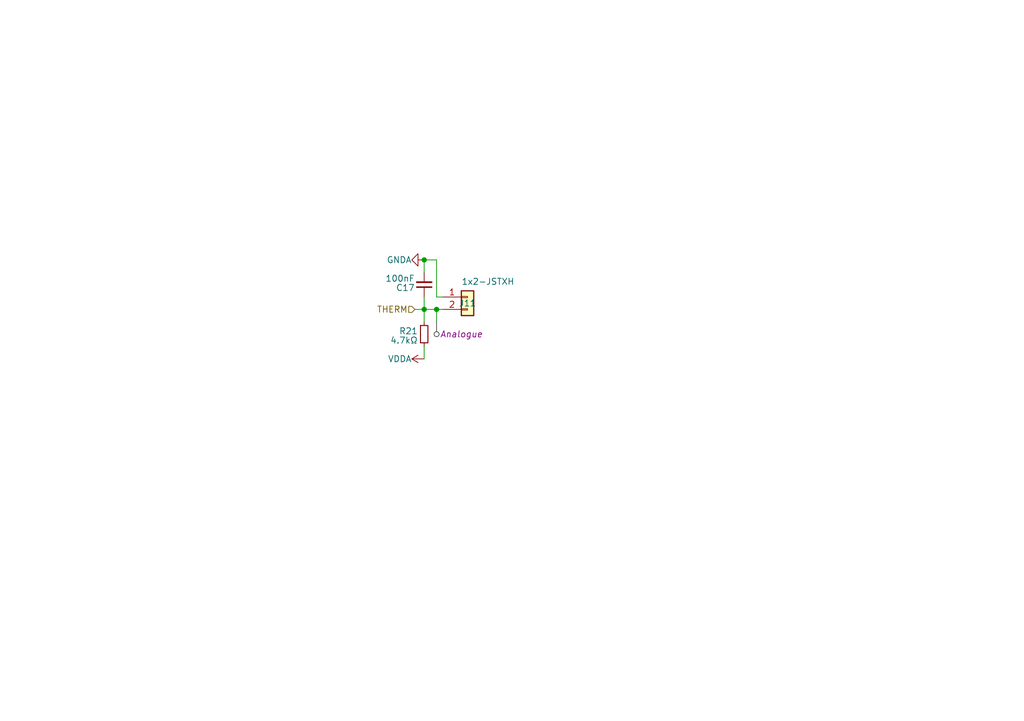
<source format=kicad_sch>
(kicad_sch (version 20231120) (generator "eeschema") (generator_version "8.0")
  (paper "A5")
  (lib_symbols
    (symbol "Connector_Generic:Conn_01x02" (pin_names (offset 1.016) hide)
      (property "Reference" "J" (at 0 2.54 0))
      (property "Value" "Conn_01x02" (at 0 -5.08 0))
      (symbol "Conn_01x02_1_1"
        (rectangle (start -1.27 -2.413) (end 0 -2.667) (stroke (width 0.1524)))
        (rectangle (start -1.27 0.127) (end 0 -0.127) (stroke (width 0.1524)))
        (rectangle (start -1.27 1.27) (end 1.27 -3.81) (stroke (width 0.254)) (fill (type background)))
        (pin passive line (at -5.08 0 0) (length 3.81) (name "Pin_1") (number "1"))
        (pin passive line (at -5.08 -2.54 0) (length 3.81) (name "Pin_2") (number "2"))
      )
    )
    (symbol "Device:C_Small" (pin_numbers hide) (pin_names (offset 0.254) hide)
      (property "Reference" "C" (at 0.254 1.778 0))
      (property "Value" "C_Small" (at 0.254 -2.032 0))
      (symbol "C_Small_0_1"
        (polyline (pts (xy -1.524 -0.508) (xy 1.524 -0.508)) (stroke (width 0.3302)))
        (polyline (pts (xy -1.524 0.508) (xy 1.524 0.508)) (stroke (width 0.3048)))
      )
      (symbol "C_Small_1_1"
        (pin passive line (at 0 2.54 270) (length 2.032) (name "~") (number "1"))
        (pin passive line (at 0 -2.54 90) (length 2.032) (name "~") (number "2"))
      )
    )
    (symbol "Device:R_Small" (pin_numbers hide) (pin_names (offset 0.254) hide)
      (property "Reference" "R" (at 0.762 0.508 0))
      (property "Value" "R_Small" (at 0.762 -1.016 0))
      (symbol "R_Small_0_1"
        (rectangle (start -0.762 1.778) (end 0.762 -1.778) (stroke (width 0.2032)))
      )
      (symbol "R_Small_1_1"
        (pin passive line (at 0 2.54 270) (length 0.762) (name "~") (number "1"))
        (pin passive line (at 0 -2.54 90) (length 0.762) (name "~") (number "2"))
      )
    )
    (symbol "power:GNDA" (power) (pin_numbers hide) (pin_names (offset 0) hide)
      (property "Value" "GNDA" (at 0 -3.81 0))
      (symbol "GNDA_0_1"
        (polyline (pts (xy 0 0) (xy 0 -1.27) (xy 1.27 -1.27) (xy 0 -2.54) (xy -1.27 -1.27) (xy 0 -1.27)))
      )
      (symbol "GNDA_1_1"
        (pin power_in line (at 0 0 270) (length 0) (name "~") (number "1"))
      )
    )
    (symbol "power:VDDA" (power) (pin_numbers hide) (pin_names (offset 0) hide)
      (property "Value" "VDDA" (at 0 3.556 0))
      (symbol "VDDA_0_1"
        (polyline (pts (xy -0.762 1.27) (xy 0 2.54)))
        (polyline (pts (xy 0 0) (xy 0 2.54)))
        (polyline (pts (xy 0 2.54) (xy 0.762 1.27)))
      )
      (symbol "VDDA_1_1"
        (pin power_in line (at 0 0 90) (length 0) (name "~") (number "1"))
      )
    )
  )
  (junction (at 86.995 53.34))
  (junction (at 89.535 63.5))
  (junction (at 86.995 63.5))
  (wire (pts (xy 89.535 63.5) (xy 89.535 66.04)))
  (wire (pts (xy 89.535 53.34) (xy 89.535 60.96)))
  (wire (pts (xy 86.995 63.5) (xy 86.995 66.04)))
  (wire (pts (xy 89.535 60.96) (xy 90.805 60.96)))
  (wire (pts (xy 86.995 71.12) (xy 86.995 73.66)))
  (wire (pts (xy 89.535 63.5) (xy 90.805 63.5)))
  (wire (pts (xy 86.995 53.34) (xy 86.995 55.88)))
  (wire (pts (xy 86.995 63.5) (xy 89.535 63.5)))
  (wire (pts (xy 85.09 63.5) (xy 86.995 63.5)))
  (wire (pts (xy 86.995 60.96) (xy 86.995 63.5)))
  (wire (pts (xy 86.995 53.34) (xy 89.535 53.34)))
  (hierarchical_label "THERM" (shape input) (at 85.09 63.5 180))
  (netclass_flag "" (length 2.54) (shape round) (at 89.535 66.04 180) (property "Netclass" "Analogue" (at 90.2335 68.58 0) (effects (font (italic yes)) (justify left))))
  (symbol (lib_id "power:GNDA") (at 86.995 53.34 270) (unit 1)
    (property "Reference" "#PWR043" (effects (hide yes)))
    (property "Value" "GNDA" (at 84.455 53.34 90) (effects (justify right)))
    (property "Description" "Power symbol creates a global label with name \"GNDA\" , analog ground" (effects (hide yes)))
    (instances (project "ADCExpander" (path "" (reference "#PWR043") (unit 1)) (path "" (reference "#PWR047") (unit 1)) (path "" (reference "#PWR023") (unit 1)) (path "" (reference "#PWR049") (unit 1)) (path "" (reference "#PWR061") (unit 1)) (path "" (reference "#PWR059") (unit 1)) (path "" (reference "#PWR055") (unit 1)) (path "" (reference "#PWR035") (unit 1)) (path "" (reference "#PWR033") (unit 1)) (path "" (reference "#PWR021") (unit 1)) (path "" (reference "#PWR045") (unit 1)) (path "" (reference "#PWR057") (unit 1)) (path "" (reference "#PWR031") (unit 1)) (path "" (reference "#PWR025") (unit 1)) (path "" (reference "#PWR014") (unit 1)) (path "" (reference "#PWR037") (unit 1))))
  )
  (symbol (lib_id "power:VDDA") (at 86.995 73.66 90) (unit 1)
    (property "Reference" "#PWR044" (effects (hide yes)))
    (property "Value" "VDDA" (at 84.455 73.66 90) (effects (justify left)))
    (property "Description" "Power symbol creates a global label with name \"VDDA\"" (effects (hide yes)))
    (instances (project "ADCExpander" (path "" (reference "#PWR044") (unit 1)) (path "" (reference "#PWR048") (unit 1)) (path "" (reference "#PWR024") (unit 1)) (path "" (reference "#PWR050") (unit 1)) (path "" (reference "#PWR062") (unit 1)) (path "" (reference "#PWR060") (unit 1)) (path "" (reference "#PWR056") (unit 1)) (path "" (reference "#PWR036") (unit 1)) (path "" (reference "#PWR034") (unit 1)) (path "" (reference "#PWR022") (unit 1)) (path "" (reference "#PWR046") (unit 1)) (path "" (reference "#PWR058") (unit 1)) (path "" (reference "#PWR032") (unit 1)) (path "" (reference "#PWR027") (unit 1)) (path "" (reference "#PWR020") (unit 1)) (path "" (reference "#PWR038") (unit 1))))
  )
  (symbol (lib_id "Device:C_Small") (at 86.995 58.42 180) (unit 1)
    (property "Reference" "C17" (at 85.09 59.055 0) (effects (justify left)))
    (property "Value" "100nF" (at 85.09 57.15 0) (effects (justify left)))
    (property "Footprint" "Capacitor_SMD:C_0603_1608Metric" (effects (hide yes)))
    (property "Description" "10v X7R MLCC" (effects (hide yes)))
    (property "LCSC" " C14663" (effects (hide yes)))
    (instances (project "ADCExpander" (path "" (reference "C17") (unit 1)) (path "" (reference "C19") (unit 1)) (path "" (reference "C11") (unit 1)) (path "" (reference "C20") (unit 1)) (path "" (reference "C24") (unit 1)) (path "" (reference "C23") (unit 1)) (path "" (reference "C21") (unit 1)) (path "" (reference "C15") (unit 1)) (path "" (reference "C14") (unit 1)) (path "" (reference "C10") (unit 1)) (path "" (reference "C18") (unit 1)) (path "" (reference "C22") (unit 1)) (path "" (reference "C13") (unit 1)) (path "" (reference "C12") (unit 1)) (path "" (reference "C9") (unit 1)) (path "" (reference "C16") (unit 1))))
  )
  (symbol (lib_id "Device:R_Small") (at 86.995 68.58 180) (unit 1)
    (property "Reference" "R21" (at 85.725 67.945 0) (effects (justify left)))
    (property "Value" "4.7kΩ" (at 85.725 69.85 0) (effects (justify left)))
    (property "Footprint" "Resistor_SMD:R_0603_1608Metric" (effects (hide yes)))
    (property "Description" "Resistor, small symbol" (effects (hide yes)))
    (property "LCSC" "C2989672" (effects (hide yes)))
    (instances (project "ADCExpander" (path "" (reference "R21") (unit 1)) (path "" (reference "R23") (unit 1)) (path "" (reference "R15") (unit 1)) (path "" (reference "R24") (unit 1)) (path "" (reference "R28") (unit 1)) (path "" (reference "R27") (unit 1)) (path "" (reference "R25") (unit 1)) (path "" (reference "R19") (unit 1)) (path "" (reference "R18") (unit 1)) (path "" (reference "R14") (unit 1)) (path "" (reference "R22") (unit 1)) (path "" (reference "R26") (unit 1)) (path "" (reference "R17") (unit 1)) (path "" (reference "R16") (unit 1)) (path "" (reference "R13") (unit 1)) (path "" (reference "R20") (unit 1))))
  )
  (symbol (lib_id "Connector_Generic:Conn_01x02") (at 95.885 60.96 0) (unit 1)
    (property "Reference" "J11" (at 95.885 62.23 0))
    (property "Value" "1x2-JSTXH" (at 94.615 57.785 0) (effects (justify left)))
    (property "Footprint" "CustomFootprints:JST-XH_1x02-V ~ Custom" (effects (hide yes)))
    (property "Description" "Generic connector, single row, 01x02, script generated (kicad-library-utils/schlib/autogen/connector/)" (effects (hide yes)))
    (property "LCSC" "C5160911" (effects (hide yes)))
    (instances (project "ADCExpander" (path "" (reference "J11") (unit 1)) (path "" (reference "J13") (unit 1)) (path "" (reference "J5") (unit 1)) (path "" (reference "J14") (unit 1)) (path "" (reference "J18") (unit 1)) (path "" (reference "J17") (unit 1)) (path "" (reference "J15") (unit 1)) (path "" (reference "J9") (unit 1)) (path "" (reference "J8") (unit 1)) (path "" (reference "J4") (unit 1)) (path "" (reference "J12") (unit 1)) (path "" (reference "J16") (unit 1)) (path "" (reference "J7") (unit 1)) (path "" (reference "J6") (unit 1)) (path "" (reference "J3") (unit 1)) (path "" (reference "J10") (unit 1))))
  )
)
</source>
